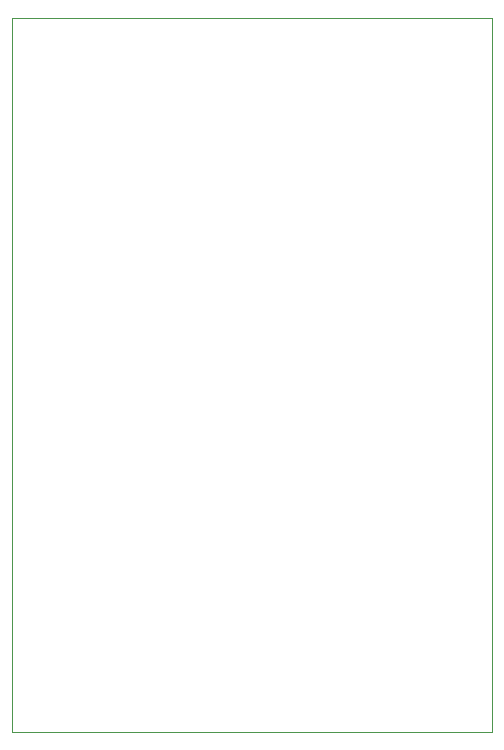
<source format=gbr>
G04 #@! TF.GenerationSoftware,KiCad,Pcbnew,(5.1.2)-2*
G04 #@! TF.CreationDate,2020-04-13T15:56:54+07:00*
G04 #@! TF.ProjectId,l293d,6c323933-642e-46b6-9963-61645f706362,rev?*
G04 #@! TF.SameCoordinates,Original*
G04 #@! TF.FileFunction,Profile,NP*
%FSLAX46Y46*%
G04 Gerber Fmt 4.6, Leading zero omitted, Abs format (unit mm)*
G04 Created by KiCad (PCBNEW (5.1.2)-2) date 2020-04-13 15:56:54*
%MOMM*%
%LPD*%
G04 APERTURE LIST*
%ADD10C,0.050000*%
G04 APERTURE END LIST*
D10*
X81534000Y-117856000D02*
X85852000Y-117856000D01*
X81534000Y-57404000D02*
X81534000Y-117856000D01*
X85852000Y-57404000D02*
X81534000Y-57404000D01*
X85852000Y-117856000D02*
X88900000Y-117856000D01*
X88900000Y-57404000D02*
X85852000Y-57404000D01*
X122174000Y-57404000D02*
X119126000Y-57404000D01*
X122174000Y-117856000D02*
X122174000Y-57404000D01*
X118110000Y-117856000D02*
X122174000Y-117856000D01*
X119126000Y-57404000D02*
X88900000Y-57404000D01*
X88900000Y-117856000D02*
X118110000Y-117856000D01*
M02*

</source>
